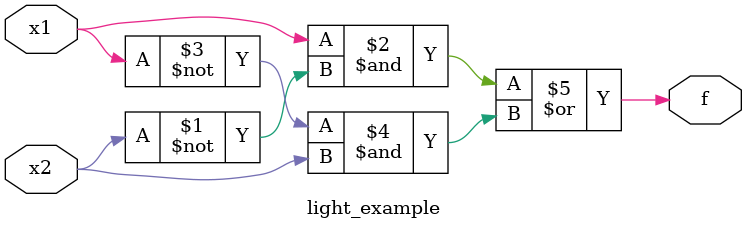
<source format=v>
module light_example(x1,x2,f);
	input x1, x2;
	output f;
	assign f = (x1 & ~x2)|(~x1 & x2);
endmodule


</source>
